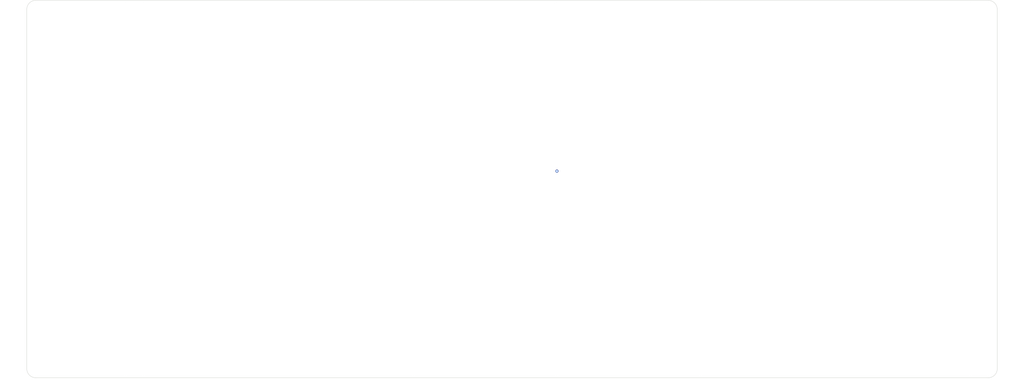
<source format=kicad_pcb>
(kicad_pcb (version 20171130) (host pcbnew "(5.1.9)-1")

  (general
    (thickness 1.6)
    (drawings 9)
    (tracks 1)
    (zones 0)
    (modules 20)
    (nets 1)
  )

  (page A2)
  (layers
    (0 F.Cu signal)
    (31 B.Cu signal)
    (32 B.Adhes user)
    (33 F.Adhes user)
    (34 B.Paste user)
    (35 F.Paste user)
    (36 B.SilkS user)
    (37 F.SilkS user)
    (38 B.Mask user)
    (39 F.Mask user)
    (40 Dwgs.User user)
    (41 Cmts.User user)
    (42 Eco1.User user)
    (43 Eco2.User user)
    (44 Edge.Cuts user)
    (45 Margin user)
    (46 B.CrtYd user)
    (47 F.CrtYd user)
    (48 B.Fab user)
    (49 F.Fab user)
  )

  (setup
    (last_trace_width 0.25)
    (trace_clearance 0.2)
    (zone_clearance 0.508)
    (zone_45_only no)
    (trace_min 0.2)
    (via_size 0.8)
    (via_drill 0.4)
    (via_min_size 0.4)
    (via_min_drill 0.3)
    (uvia_size 0.3)
    (uvia_drill 0.1)
    (uvias_allowed no)
    (uvia_min_size 0.2)
    (uvia_min_drill 0.1)
    (edge_width 0.1)
    (segment_width 0.2)
    (pcb_text_width 0.3)
    (pcb_text_size 1.5 1.5)
    (mod_edge_width 0.15)
    (mod_text_size 1 1)
    (mod_text_width 0.15)
    (pad_size 1.5 1.5)
    (pad_drill 0.6)
    (pad_to_mask_clearance 0)
    (aux_axis_origin 0 0)
    (visible_elements 7FFFFFFF)
    (pcbplotparams
      (layerselection 0x010fc_ffffffff)
      (usegerberextensions false)
      (usegerberattributes false)
      (usegerberadvancedattributes false)
      (creategerberjobfile false)
      (excludeedgelayer true)
      (linewidth 0.100000)
      (plotframeref false)
      (viasonmask false)
      (mode 1)
      (useauxorigin false)
      (hpglpennumber 1)
      (hpglpenspeed 20)
      (hpglpendiameter 15.000000)
      (psnegative false)
      (psa4output false)
      (plotreference true)
      (plotvalue true)
      (plotinvisibletext false)
      (padsonsilk false)
      (subtractmaskfromsilk false)
      (outputformat 1)
      (mirror false)
      (drillshape 0)
      (scaleselection 1)
      (outputdirectory "Gerbers/Bottom/"))
  )

  (net 0 "")

  (net_class Default "This is the default net class."
    (clearance 0.2)
    (trace_width 0.25)
    (via_dia 0.8)
    (via_drill 0.4)
    (uvia_dia 0.3)
    (uvia_drill 0.1)
  )

  (module MountingHole:MountingHole_2.2mm_M2 (layer F.Cu) (tedit 56D1B4CB) (tstamp 60CD1721)
    (at 197.6479 59.5325)
    (descr "Mounting Hole 2.2mm, no annular, M2")
    (tags "mounting hole 2.2mm no annular m2")
    (attr virtual)
    (fp_text reference REF** (at 0 -3.2) (layer F.SilkS) hide
      (effects (font (size 1 1) (thickness 0.15)))
    )
    (fp_text value MountingHole_2.2mm_M2 (at 0 3.2) (layer F.Fab)
      (effects (font (size 1 1) (thickness 0.15)))
    )
    (fp_circle (center 0 0) (end 2.45 0) (layer F.CrtYd) (width 0.05))
    (fp_circle (center 0 0) (end 2.2 0) (layer Cmts.User) (width 0.15))
    (fp_text user %R (at 0.3 0) (layer F.Fab)
      (effects (font (size 1 1) (thickness 0.15)))
    )
    (pad 1 np_thru_hole circle (at 0 0) (size 2.2 2.2) (drill 2.2) (layers *.Cu *.Mask))
  )

  (module MountingHole:MountingHole_2.2mm_M2 (layer F.Cu) (tedit 56D1B4CB) (tstamp 60CD171A)
    (at 121.4463 59.5325)
    (descr "Mounting Hole 2.2mm, no annular, M2")
    (tags "mounting hole 2.2mm no annular m2")
    (attr virtual)
    (fp_text reference REF** (at 0 -3.2) (layer F.SilkS) hide
      (effects (font (size 1 1) (thickness 0.15)))
    )
    (fp_text value MountingHole_2.2mm_M2 (at 0 3.2) (layer F.Fab)
      (effects (font (size 1 1) (thickness 0.15)))
    )
    (fp_circle (center 0 0) (end 2.45 0) (layer F.CrtYd) (width 0.05))
    (fp_circle (center 0 0) (end 2.2 0) (layer Cmts.User) (width 0.15))
    (fp_text user %R (at 0.3 0) (layer F.Fab)
      (effects (font (size 1 1) (thickness 0.15)))
    )
    (pad 1 np_thru_hole circle (at 0 0) (size 2.2 2.2) (drill 2.2) (layers *.Cu *.Mask))
  )

  (module MountingHole:MountingHole_2.2mm_M2 (layer F.Cu) (tedit 56D1B4CB) (tstamp 60A31EEF)
    (at 159.5471 59.5325)
    (descr "Mounting Hole 2.2mm, no annular, M2")
    (tags "mounting hole 2.2mm no annular m2")
    (attr virtual)
    (fp_text reference REF** (at 0 -3.2) (layer F.SilkS) hide
      (effects (font (size 1 1) (thickness 0.15)))
    )
    (fp_text value MountingHole_2.2mm_M2 (at 0 3.2) (layer F.Fab)
      (effects (font (size 1 1) (thickness 0.15)))
    )
    (fp_circle (center 0 0) (end 2.2 0) (layer Cmts.User) (width 0.15))
    (fp_circle (center 0 0) (end 2.45 0) (layer F.CrtYd) (width 0.05))
    (fp_text user %R (at 0.3 0) (layer F.Fab)
      (effects (font (size 1 1) (thickness 0.15)))
    )
    (pad 1 np_thru_hole circle (at 0 0) (size 2.2 2.2) (drill 2.2) (layers *.Cu *.Mask))
  )

  (module MountingHole:MountingHole_2.2mm_M2 (layer F.Cu) (tedit 56D1B4CB) (tstamp 60A2E9AA)
    (at 273.8495 116.6837)
    (descr "Mounting Hole 2.2mm, no annular, M2")
    (tags "mounting hole 2.2mm no annular m2")
    (attr virtual)
    (fp_text reference REF** (at 0 -3.2) (layer F.SilkS) hide
      (effects (font (size 1 1) (thickness 0.15)))
    )
    (fp_text value MountingHole_2.2mm_M2 (at 0 3.2) (layer F.Fab)
      (effects (font (size 1 1) (thickness 0.15)))
    )
    (fp_circle (center 0 0) (end 2.2 0) (layer Cmts.User) (width 0.15))
    (fp_circle (center 0 0) (end 2.45 0) (layer F.CrtYd) (width 0.05))
    (fp_text user %R (at 0.3 0) (layer F.Fab)
      (effects (font (size 1 1) (thickness 0.15)))
    )
    (pad 1 np_thru_hole circle (at 0 0) (size 2.2 2.2) (drill 2.2) (layers *.Cu *.Mask))
  )

  (module MountingHole:MountingHole_2.2mm_M2 (layer F.Cu) (tedit 56D1B4CB) (tstamp 60A2E986)
    (at 197.6479 116.6837)
    (descr "Mounting Hole 2.2mm, no annular, M2")
    (tags "mounting hole 2.2mm no annular m2")
    (attr virtual)
    (fp_text reference REF** (at 0 -3.2) (layer F.SilkS) hide
      (effects (font (size 1 1) (thickness 0.15)))
    )
    (fp_text value MountingHole_2.2mm_M2 (at 0 3.2) (layer F.Fab)
      (effects (font (size 1 1) (thickness 0.15)))
    )
    (fp_circle (center 0 0) (end 2.2 0) (layer Cmts.User) (width 0.15))
    (fp_circle (center 0 0) (end 2.45 0) (layer F.CrtYd) (width 0.05))
    (fp_text user %R (at 0.3 0) (layer F.Fab)
      (effects (font (size 1 1) (thickness 0.15)))
    )
    (pad 1 np_thru_hole circle (at 0 0) (size 2.2 2.2) (drill 2.2) (layers *.Cu *.Mask))
  )

  (module MountingHole:MountingHole_2.2mm_M2 (layer F.Cu) (tedit 56D1B4CB) (tstamp 60A2E962)
    (at 273.8495 21.4317)
    (descr "Mounting Hole 2.2mm, no annular, M2")
    (tags "mounting hole 2.2mm no annular m2")
    (attr virtual)
    (fp_text reference REF** (at 0 -3.2) (layer F.SilkS) hide
      (effects (font (size 1 1) (thickness 0.15)))
    )
    (fp_text value MountingHole_2.2mm_M2 (at 0 3.2) (layer F.Fab)
      (effects (font (size 1 1) (thickness 0.15)))
    )
    (fp_circle (center 0 0) (end 2.2 0) (layer Cmts.User) (width 0.15))
    (fp_circle (center 0 0) (end 2.45 0) (layer F.CrtYd) (width 0.05))
    (fp_text user %R (at 0.3 0) (layer F.Fab)
      (effects (font (size 1 1) (thickness 0.15)))
    )
    (pad 1 np_thru_hole circle (at 0 0) (size 2.2 2.2) (drill 2.2) (layers *.Cu *.Mask))
  )

  (module MountingHole:MountingHole_2.2mm_M2 (layer F.Cu) (tedit 56D1B4CB) (tstamp 60A2E93E)
    (at 197.6479 21.4317)
    (descr "Mounting Hole 2.2mm, no annular, M2")
    (tags "mounting hole 2.2mm no annular m2")
    (attr virtual)
    (fp_text reference REF** (at 0 -3.2) (layer F.SilkS) hide
      (effects (font (size 1 1) (thickness 0.15)))
    )
    (fp_text value MountingHole_2.2mm_M2 (at 0 3.2) (layer F.Fab)
      (effects (font (size 1 1) (thickness 0.15)))
    )
    (fp_circle (center 0 0) (end 2.2 0) (layer Cmts.User) (width 0.15))
    (fp_circle (center 0 0) (end 2.45 0) (layer F.CrtYd) (width 0.05))
    (fp_text user %R (at 0.3 0) (layer F.Fab)
      (effects (font (size 1 1) (thickness 0.15)))
    )
    (pad 1 np_thru_hole circle (at 0 0) (size 2.2 2.2) (drill 2.2) (layers *.Cu *.Mask))
  )

  (module MountingHole:MountingHole_2.2mm_M2 (layer F.Cu) (tedit 56D1B4CB) (tstamp 60A2E91A)
    (at 121.4463 21.4317)
    (descr "Mounting Hole 2.2mm, no annular, M2")
    (tags "mounting hole 2.2mm no annular m2")
    (attr virtual)
    (fp_text reference REF** (at 0 -3.2) (layer F.SilkS) hide
      (effects (font (size 1 1) (thickness 0.15)))
    )
    (fp_text value MountingHole_2.2mm_M2 (at 0 3.2) (layer F.Fab)
      (effects (font (size 1 1) (thickness 0.15)))
    )
    (fp_circle (center 0 0) (end 2.2 0) (layer Cmts.User) (width 0.15))
    (fp_circle (center 0 0) (end 2.45 0) (layer F.CrtYd) (width 0.05))
    (fp_text user %R (at 0.3 0) (layer F.Fab)
      (effects (font (size 1 1) (thickness 0.15)))
    )
    (pad 1 np_thru_hole circle (at 0 0) (size 2.2 2.2) (drill 2.2) (layers *.Cu *.Mask))
  )

  (module MountingHole:MountingHole_2.2mm_M2 (layer F.Cu) (tedit 56D1B4CB) (tstamp 60A2E8F6)
    (at 121.4463 116.6837)
    (descr "Mounting Hole 2.2mm, no annular, M2")
    (tags "mounting hole 2.2mm no annular m2")
    (attr virtual)
    (fp_text reference REF** (at 0 -3.2) (layer F.SilkS) hide
      (effects (font (size 1 1) (thickness 0.15)))
    )
    (fp_text value MountingHole_2.2mm_M2 (at 0 3.2) (layer F.Fab)
      (effects (font (size 1 1) (thickness 0.15)))
    )
    (fp_circle (center 0 0) (end 2.2 0) (layer Cmts.User) (width 0.15))
    (fp_circle (center 0 0) (end 2.45 0) (layer F.CrtYd) (width 0.05))
    (fp_text user %R (at 0.3 0) (layer F.Fab)
      (effects (font (size 1 1) (thickness 0.15)))
    )
    (pad 1 np_thru_hole circle (at 0 0) (size 2.2 2.2) (drill 2.2) (layers *.Cu *.Mask))
  )

  (module MountingHole:MountingHole_2.2mm_M2 (layer F.Cu) (tedit 56D1B4CB) (tstamp 60A2E8CB)
    (at 45.2447 116.6837)
    (descr "Mounting Hole 2.2mm, no annular, M2")
    (tags "mounting hole 2.2mm no annular m2")
    (attr virtual)
    (fp_text reference REF** (at 0 -3.2) (layer F.SilkS) hide
      (effects (font (size 1 1) (thickness 0.15)))
    )
    (fp_text value MountingHole_2.2mm_M2 (at 0 3.2) (layer F.Fab)
      (effects (font (size 1 1) (thickness 0.15)))
    )
    (fp_circle (center 0 0) (end 2.2 0) (layer Cmts.User) (width 0.15))
    (fp_circle (center 0 0) (end 2.45 0) (layer F.CrtYd) (width 0.05))
    (fp_text user %R (at 0.3 0) (layer F.Fab)
      (effects (font (size 1 1) (thickness 0.15)))
    )
    (pad 1 np_thru_hole circle (at 0 0) (size 2.2 2.2) (drill 2.2) (layers *.Cu *.Mask))
  )

  (module MountingHole:MountingHole_2.2mm_M2 (layer F.Cu) (tedit 56D1B4CB) (tstamp 60A2E89F)
    (at 45.2447 21.4317)
    (descr "Mounting Hole 2.2mm, no annular, M2")
    (tags "mounting hole 2.2mm no annular m2")
    (attr virtual)
    (fp_text reference REF** (at 0 -3.2) (layer F.SilkS) hide
      (effects (font (size 1 1) (thickness 0.15)))
    )
    (fp_text value MountingHole_2.2mm_M2 (at 0 3.2) (layer F.Fab)
      (effects (font (size 1 1) (thickness 0.15)))
    )
    (fp_circle (center 0 0) (end 2.2 0) (layer Cmts.User) (width 0.15))
    (fp_circle (center 0 0) (end 2.45 0) (layer F.CrtYd) (width 0.05))
    (fp_text user %R (at 0.3 0) (layer F.Fab)
      (effects (font (size 1 1) (thickness 0.15)))
    )
    (pad 1 np_thru_hole circle (at 0 0) (size 2.2 2.2) (drill 2.2) (layers *.Cu *.Mask))
  )

  (module MountingHole:MountingHole_2.2mm_M2 (layer F.Cu) (tedit 56D1B4CB) (tstamp 60A1E88D)
    (at 30.9569 61.9138)
    (descr "Mounting Hole 2.2mm, no annular, M2")
    (tags "mounting hole 2.2mm no annular m2")
    (attr virtual)
    (fp_text reference REF** (at 0 -3.2) (layer F.SilkS) hide
      (effects (font (size 1 1) (thickness 0.15)))
    )
    (fp_text value MountingHole_2.2mm_M2 (at 0 3.2) (layer F.Fab)
      (effects (font (size 1 1) (thickness 0.15)))
    )
    (fp_circle (center 0 0) (end 2.45 0) (layer F.CrtYd) (width 0.05))
    (fp_circle (center 0 0) (end 2.2 0) (layer Cmts.User) (width 0.15))
    (fp_text user %R (at 0.3 0) (layer F.Fab)
      (effects (font (size 1 1) (thickness 0.15)))
    )
    (pad 1 np_thru_hole circle (at 0 0) (size 2.2 2.2) (drill 2.2) (layers *.Cu *.Mask))
  )

  (module MountingHole:MountingHole_2.2mm_M2 (layer F.Cu) (tedit 56D1B4CB) (tstamp 60A1E40C)
    (at 159.5471 116.6837)
    (descr "Mounting Hole 2.2mm, no annular, M2")
    (tags "mounting hole 2.2mm no annular m2")
    (attr virtual)
    (fp_text reference REF** (at 0 -3.2) (layer F.SilkS) hide
      (effects (font (size 1 1) (thickness 0.15)))
    )
    (fp_text value MountingHole_2.2mm_M2 (at 0 3.2) (layer F.Fab)
      (effects (font (size 1 1) (thickness 0.15)))
    )
    (fp_circle (center 0 0) (end 2.45 0) (layer F.CrtYd) (width 0.05))
    (fp_circle (center 0 0) (end 2.2 0) (layer Cmts.User) (width 0.15))
    (fp_text user %R (at 0.3 0) (layer F.Fab)
      (effects (font (size 1 1) (thickness 0.15)))
    )
    (pad 1 np_thru_hole circle (at 0 0) (size 2.2 2.2) (drill 2.2) (layers *.Cu *.Mask))
  )

  (module MountingHole:MountingHole_2.2mm_M2 (layer F.Cu) (tedit 56D1B4CB) (tstamp 60A1E3E1)
    (at 159.5471 21.4317)
    (descr "Mounting Hole 2.2mm, no annular, M2")
    (tags "mounting hole 2.2mm no annular m2")
    (attr virtual)
    (fp_text reference REF** (at 0 -3.2) (layer F.SilkS) hide
      (effects (font (size 1 1) (thickness 0.15)))
    )
    (fp_text value MountingHole_2.2mm_M2 (at 0 3.2) (layer F.Fab)
      (effects (font (size 1 1) (thickness 0.15)))
    )
    (fp_circle (center 0 0) (end 2.45 0) (layer F.CrtYd) (width 0.05))
    (fp_circle (center 0 0) (end 2.2 0) (layer Cmts.User) (width 0.15))
    (fp_text user %R (at 0.3 0) (layer F.Fab)
      (effects (font (size 1 1) (thickness 0.15)))
    )
    (pad 1 np_thru_hole circle (at 0 0) (size 2.2 2.2) (drill 2.2) (layers *.Cu *.Mask))
  )

  (module MountingHole:MountingHole_2.2mm_M2 (layer F.Cu) (tedit 56D1B4CB) (tstamp 60A1DB86)
    (at 269.0869 21.4317)
    (descr "Mounting Hole 2.2mm, no annular, M2")
    (tags "mounting hole 2.2mm no annular m2")
    (attr virtual)
    (fp_text reference REF** (at 0 -3.2) (layer F.SilkS) hide
      (effects (font (size 1 1) (thickness 0.15)))
    )
    (fp_text value MountingHole_2.2mm_M2 (at 0 3.2) (layer F.Fab)
      (effects (font (size 1 1) (thickness 0.15)))
    )
    (fp_circle (center 0 0) (end 2.45 0) (layer F.CrtYd) (width 0.05))
    (fp_circle (center 0 0) (end 2.2 0) (layer Cmts.User) (width 0.15))
    (fp_text user %R (at 0.3 0) (layer F.Fab)
      (effects (font (size 1 1) (thickness 0.15)))
    )
    (pad 1 np_thru_hole circle (at 0 0) (size 2.2 2.2) (drill 2.2) (layers *.Cu *.Mask))
  )

  (module MountingHole:MountingHole_2.2mm_M2 (layer F.Cu) (tedit 56D1B4CB) (tstamp 60A1DB5B)
    (at 269.0869 116.6837)
    (descr "Mounting Hole 2.2mm, no annular, M2")
    (tags "mounting hole 2.2mm no annular m2")
    (attr virtual)
    (fp_text reference REF** (at 0 -3.2) (layer F.SilkS) hide
      (effects (font (size 1 1) (thickness 0.15)))
    )
    (fp_text value MountingHole_2.2mm_M2 (at 0 3.2) (layer F.Fab)
      (effects (font (size 1 1) (thickness 0.15)))
    )
    (fp_circle (center 0 0) (end 2.45 0) (layer F.CrtYd) (width 0.05))
    (fp_circle (center 0 0) (end 2.2 0) (layer Cmts.User) (width 0.15))
    (fp_text user %R (at 0.3 0) (layer F.Fab)
      (effects (font (size 1 1) (thickness 0.15)))
    )
    (pad 1 np_thru_hole circle (at 0 0) (size 2.2 2.2) (drill 2.2) (layers *.Cu *.Mask))
  )

  (module MountingHole:MountingHole_2.2mm_M2 (layer F.Cu) (tedit 56D1B4CB) (tstamp 60A1D385)
    (at 50.0073 21.4317)
    (descr "Mounting Hole 2.2mm, no annular, M2")
    (tags "mounting hole 2.2mm no annular m2")
    (attr virtual)
    (fp_text reference REF** (at 0 -3.2) (layer F.SilkS) hide
      (effects (font (size 1 1) (thickness 0.15)))
    )
    (fp_text value MountingHole_2.2mm_M2 (at 0 3.2) (layer F.Fab)
      (effects (font (size 1 1) (thickness 0.15)))
    )
    (fp_circle (center 0 0) (end 2.45 0) (layer F.CrtYd) (width 0.05))
    (fp_circle (center 0 0) (end 2.2 0) (layer Cmts.User) (width 0.15))
    (fp_text user %R (at 0.3 0) (layer F.Fab)
      (effects (font (size 1 1) (thickness 0.15)))
    )
    (pad 1 np_thru_hole circle (at 0 0) (size 2.2 2.2) (drill 2.2) (layers *.Cu *.Mask))
  )

  (module MountingHole:MountingHole_2.2mm_M2 (layer F.Cu) (tedit 56D1B4CB) (tstamp 60A1D35A)
    (at 50.0073 116.6837)
    (descr "Mounting Hole 2.2mm, no annular, M2")
    (tags "mounting hole 2.2mm no annular m2")
    (attr virtual)
    (fp_text reference REF** (at 0 -3.2) (layer F.SilkS) hide
      (effects (font (size 1 1) (thickness 0.15)))
    )
    (fp_text value MountingHole_2.2mm_M2 (at 0 3.2) (layer F.Fab)
      (effects (font (size 1 1) (thickness 0.15)))
    )
    (fp_circle (center 0 0) (end 2.45 0) (layer F.CrtYd) (width 0.05))
    (fp_circle (center 0 0) (end 2.2 0) (layer Cmts.User) (width 0.15))
    (fp_text user %R (at 0.3 0) (layer F.Fab)
      (effects (font (size 1 1) (thickness 0.15)))
    )
    (pad 1 np_thru_hole circle (at 0 0) (size 2.2 2.2) (drill 2.2) (layers *.Cu *.Mask))
  )

  (module MountingHole:MountingHole_2.2mm_M2 (layer F.Cu) (tedit 56D1B4CB) (tstamp 60A1CDF4)
    (at 21.4317 116.6837)
    (descr "Mounting Hole 2.2mm, no annular, M2")
    (tags "mounting hole 2.2mm no annular m2")
    (attr virtual)
    (fp_text reference REF** (at 0 -3.2) (layer F.SilkS) hide
      (effects (font (size 1 1) (thickness 0.15)))
    )
    (fp_text value MountingHole_2.2mm_M2 (at 0 3.2) (layer F.Fab)
      (effects (font (size 1 1) (thickness 0.15)))
    )
    (fp_circle (center 0 0) (end 2.45 0) (layer F.CrtYd) (width 0.05))
    (fp_circle (center 0 0) (end 2.2 0) (layer Cmts.User) (width 0.15))
    (fp_text user %R (at 0.3 0) (layer F.Fab)
      (effects (font (size 1 1) (thickness 0.15)))
    )
    (pad 1 np_thru_hole circle (at 0 0) (size 2.2 2.2) (drill 2.2) (layers *.Cu *.Mask))
  )

  (module MountingHole:MountingHole_2.2mm_M2 (layer F.Cu) (tedit 56D1B4CB) (tstamp 60A1CDC9)
    (at 21.4317 21.4317)
    (descr "Mounting Hole 2.2mm, no annular, M2")
    (tags "mounting hole 2.2mm no annular m2")
    (attr virtual)
    (fp_text reference REF** (at 0 -3.2) (layer F.SilkS) hide
      (effects (font (size 1 1) (thickness 0.15)))
    )
    (fp_text value MountingHole_2.2mm_M2 (at 0 3.2) (layer F.Fab)
      (effects (font (size 1 1) (thickness 0.15)))
    )
    (fp_circle (center 0 0) (end 2.45 0) (layer F.CrtYd) (width 0.05))
    (fp_circle (center 0 0) (end 2.2 0) (layer Cmts.User) (width 0.15))
    (fp_text user %R (at 0.3 0) (layer F.Fab)
      (effects (font (size 1 1) (thickness 0.15)))
    )
    (pad 1 np_thru_hole circle (at 0 0) (size 2.2 2.2) (drill 2.2) (layers *.Cu *.Mask))
  )

  (gr_line (start 42.8634 19.0504) (end 42.8634 119.065) (layer Dwgs.User) (width 0.15))
  (gr_arc (start 21.4317 21.4317) (end 21.4317 19.0504) (angle -90) (layer Edge.Cuts) (width 0.1))
  (gr_arc (start 21.4317 116.6837) (end 19.0504 116.6837) (angle -90) (layer Edge.Cuts) (width 0.1))
  (gr_arc (start 273.8495 116.6837) (end 273.8495 119.065) (angle -90) (layer Edge.Cuts) (width 0.1))
  (gr_arc (start 273.8495 21.4317) (end 276.2308 21.4317) (angle -90) (layer Edge.Cuts) (width 0.1))
  (gr_line (start 19.0504 21.4317) (end 19.0504 116.6837) (layer Edge.Cuts) (width 0.1) (tstamp 60A1C11F))
  (gr_line (start 273.8495 19.0504) (end 21.4317 19.0504) (layer Edge.Cuts) (width 0.1))
  (gr_line (start 273.8495 119.065) (end 21.4317 119.065) (layer Edge.Cuts) (width 0.1))
  (gr_line (start 276.2308 21.4317) (end 276.2308 116.6837) (layer Edge.Cuts) (width 0.1))

  (via (at 159.5471 64.2951) (size 0.8) (drill 0.4) (layers F.Cu B.Cu) (net 0))

)

</source>
